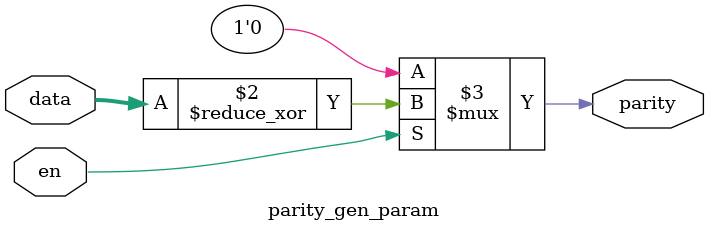
<source format=sv>
module parity_gen_param #(
    parameter WIDTH = 32
)(
    input en,
    input [WIDTH-1:0] data,
    output reg parity
);
always @(*) begin
    parity = en ? ^data : 1'b0;
end
endmodule
</source>
